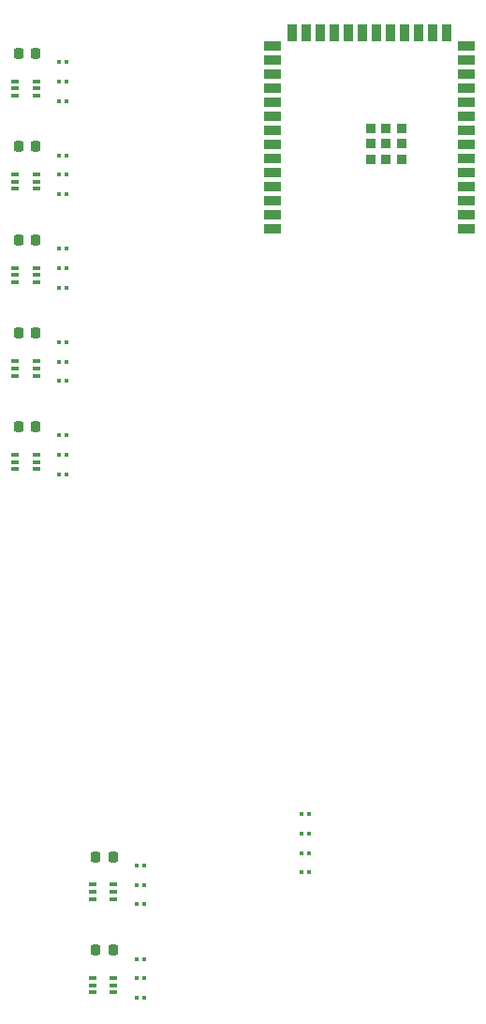
<source format=gbr>
%TF.GenerationSoftware,KiCad,Pcbnew,9.0.2*%
%TF.CreationDate,2025-05-31T05:55:54-04:00*%
%TF.ProjectId,micro autodoor,6d696372-6f20-4617-9574-6f646f6f722e,rev?*%
%TF.SameCoordinates,Original*%
%TF.FileFunction,Paste,Top*%
%TF.FilePolarity,Positive*%
%FSLAX46Y46*%
G04 Gerber Fmt 4.6, Leading zero omitted, Abs format (unit mm)*
G04 Created by KiCad (PCBNEW 9.0.2) date 2025-05-31 05:55:54*
%MOMM*%
%LPD*%
G01*
G04 APERTURE LIST*
G04 Aperture macros list*
%AMRoundRect*
0 Rectangle with rounded corners*
0 $1 Rounding radius*
0 $2 $3 $4 $5 $6 $7 $8 $9 X,Y pos of 4 corners*
0 Add a 4 corners polygon primitive as box body*
4,1,4,$2,$3,$4,$5,$6,$7,$8,$9,$2,$3,0*
0 Add four circle primitives for the rounded corners*
1,1,$1+$1,$2,$3*
1,1,$1+$1,$4,$5*
1,1,$1+$1,$6,$7*
1,1,$1+$1,$8,$9*
0 Add four rect primitives between the rounded corners*
20,1,$1+$1,$2,$3,$4,$5,0*
20,1,$1+$1,$4,$5,$6,$7,0*
20,1,$1+$1,$6,$7,$8,$9,0*
20,1,$1+$1,$8,$9,$2,$3,0*%
G04 Aperture macros list end*
%ADD10R,0.900000X0.900000*%
%ADD11R,1.500000X0.900000*%
%ADD12R,0.900000X1.500000*%
%ADD13RoundRect,0.079500X0.079500X0.100500X-0.079500X0.100500X-0.079500X-0.100500X0.079500X-0.100500X0*%
%ADD14RoundRect,0.100000X0.225000X0.100000X-0.225000X0.100000X-0.225000X-0.100000X0.225000X-0.100000X0*%
%ADD15RoundRect,0.225000X0.225000X0.250000X-0.225000X0.250000X-0.225000X-0.250000X0.225000X-0.250000X0*%
G04 APERTURE END LIST*
D10*
%TO.C,U1*%
X143050070Y-86767767D03*
X143050070Y-85367767D03*
X143050070Y-83967767D03*
X141650070Y-86767767D03*
X141650070Y-85367767D03*
X141650070Y-83967767D03*
X140250070Y-86767767D03*
X140250070Y-85367767D03*
X140250070Y-83967767D03*
D11*
X148900070Y-93087767D03*
X148900070Y-91817767D03*
X148900070Y-90547767D03*
X148900070Y-89277767D03*
X148900070Y-88007767D03*
X148900070Y-86737767D03*
X148900070Y-85467767D03*
X148900070Y-84197767D03*
X148900070Y-82927767D03*
X148900070Y-81657767D03*
X148900070Y-80387767D03*
X148900070Y-79117767D03*
X148900070Y-77847767D03*
X148900070Y-76577767D03*
D12*
X147135070Y-75327767D03*
X145865070Y-75327767D03*
X144595070Y-75327767D03*
X143325070Y-75327767D03*
X142055070Y-75327767D03*
X140785070Y-75327767D03*
X139515070Y-75327767D03*
X138245070Y-75327767D03*
X136975070Y-75327767D03*
X135705070Y-75327767D03*
X134435070Y-75327767D03*
X133165070Y-75327767D03*
D11*
X131400070Y-76577767D03*
X131400070Y-77847767D03*
X131400070Y-79117767D03*
X131400070Y-80387767D03*
X131400070Y-81657767D03*
X131400070Y-82927767D03*
X131400070Y-84197767D03*
X131400070Y-85467767D03*
X131400070Y-86737767D03*
X131400070Y-88007767D03*
X131400070Y-89277767D03*
X131400070Y-90547767D03*
X131400070Y-91817767D03*
X131400070Y-93087767D03*
%TD*%
D13*
%TO.C,R27*%
X112745070Y-111727767D03*
X112055070Y-111727767D03*
%TD*%
%TO.C,R26*%
X119745070Y-150547767D03*
X119055070Y-150547767D03*
%TD*%
%TO.C,R25*%
X112745070Y-86437767D03*
X112055070Y-86437767D03*
%TD*%
%TO.C,R24*%
X112745070Y-103297767D03*
X112055070Y-103297767D03*
%TD*%
%TO.C,R23*%
X119745070Y-158977767D03*
X119055070Y-158977767D03*
%TD*%
%TO.C,R22*%
X112745070Y-78007767D03*
X112055070Y-78007767D03*
%TD*%
%TO.C,R21*%
X112745070Y-94867767D03*
X112055070Y-94867767D03*
%TD*%
%TO.C,R19*%
X112745070Y-113477767D03*
X112055070Y-113477767D03*
%TD*%
%TO.C,R18*%
X119745070Y-152297767D03*
X119055070Y-152297767D03*
%TD*%
%TO.C,R17*%
X112745070Y-88187767D03*
X112055070Y-88187767D03*
%TD*%
%TO.C,R16*%
X112745070Y-105047767D03*
X112055070Y-105047767D03*
%TD*%
%TO.C,R15*%
X119745070Y-160727767D03*
X119055070Y-160727767D03*
%TD*%
%TO.C,R14*%
X112745070Y-79757767D03*
X112055070Y-79757767D03*
%TD*%
%TO.C,R13*%
X112745070Y-96617767D03*
X112055070Y-96617767D03*
%TD*%
%TO.C,R12*%
X134695070Y-145917767D03*
X134005070Y-145917767D03*
%TD*%
%TO.C,R11*%
X134695070Y-147667767D03*
X134005070Y-147667767D03*
%TD*%
%TO.C,R10*%
X134695070Y-149417767D03*
X134005070Y-149417767D03*
%TD*%
%TO.C,R9*%
X134695070Y-151167767D03*
X134005070Y-151167767D03*
%TD*%
%TO.C,R7*%
X112745070Y-115227767D03*
X112055070Y-115227767D03*
%TD*%
%TO.C,R6*%
X119745070Y-154047767D03*
X119055070Y-154047767D03*
%TD*%
%TO.C,R5*%
X112745070Y-89937767D03*
X112055070Y-89937767D03*
%TD*%
%TO.C,R4*%
X112745070Y-106797767D03*
X112055070Y-106797767D03*
%TD*%
%TO.C,R3*%
X119745070Y-162477767D03*
X119055070Y-162477767D03*
%TD*%
%TO.C,R2*%
X112745070Y-81507767D03*
X112055070Y-81507767D03*
%TD*%
%TO.C,R1*%
X112745070Y-98367767D03*
X112055070Y-98367767D03*
%TD*%
D14*
%TO.C,D7*%
X110000070Y-114752767D03*
X110000070Y-114102767D03*
X110000070Y-113452767D03*
X108100070Y-113452767D03*
X108100070Y-114102767D03*
X108100070Y-114752767D03*
%TD*%
%TO.C,D6*%
X117000070Y-153572767D03*
X117000070Y-152922767D03*
X117000070Y-152272767D03*
X115100070Y-152272767D03*
X115100070Y-152922767D03*
X115100070Y-153572767D03*
%TD*%
%TO.C,D5*%
X110000070Y-89462767D03*
X110000070Y-88812767D03*
X110000070Y-88162767D03*
X108100070Y-88162767D03*
X108100070Y-88812767D03*
X108100070Y-89462767D03*
%TD*%
%TO.C,D4*%
X110000070Y-106322767D03*
X110000070Y-105672767D03*
X110000070Y-105022767D03*
X108100070Y-105022767D03*
X108100070Y-105672767D03*
X108100070Y-106322767D03*
%TD*%
%TO.C,D3*%
X117000070Y-162002767D03*
X117000070Y-161352767D03*
X117000070Y-160702767D03*
X115100070Y-160702767D03*
X115100070Y-161352767D03*
X115100070Y-162002767D03*
%TD*%
%TO.C,D2*%
X110000070Y-81032767D03*
X110000070Y-80382767D03*
X110000070Y-79732767D03*
X108100070Y-79732767D03*
X108100070Y-80382767D03*
X108100070Y-81032767D03*
%TD*%
%TO.C,D1*%
X110000070Y-97892767D03*
X110000070Y-97242767D03*
X110000070Y-96592767D03*
X108100070Y-96592767D03*
X108100070Y-97242767D03*
X108100070Y-97892767D03*
%TD*%
D15*
%TO.C,C7*%
X109945070Y-110927767D03*
X108395070Y-110927767D03*
%TD*%
%TO.C,C6*%
X116945070Y-149747767D03*
X115395070Y-149747767D03*
%TD*%
%TO.C,C5*%
X109945070Y-85637767D03*
X108395070Y-85637767D03*
%TD*%
%TO.C,C4*%
X109945070Y-102497767D03*
X108395070Y-102497767D03*
%TD*%
%TO.C,C3*%
X116945070Y-158177767D03*
X115395070Y-158177767D03*
%TD*%
%TO.C,C2*%
X109945070Y-77207767D03*
X108395070Y-77207767D03*
%TD*%
%TO.C,C1*%
X109945070Y-94067767D03*
X108395070Y-94067767D03*
%TD*%
M02*

</source>
